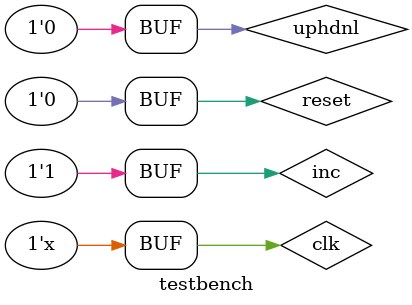
<source format=v>
`timescale 1ns / 1ps

module testbench;
	// Inputs
	reg clk;
	reg reset;
	reg inc;
	reg uphdnl;
	// Outputs
	wire [7:0] anode;
	wire a;
	wire b;
	wire c;
	wire d;
	wire e;
	wire f;
	wire g;
// Instantiate the Unit Under Test (UUT)
	Top_Level uut (.clk(clk), .reset(reset), .inc(inc), 
						.uphdnl(uphdnl), .anode(anode), .a(a), 
						.b(b), .c(c), .d(d), .e(e), .f(f), .g(g));
	always #5 clk= ~clk;
	initial
	begin
// Initialize Inputs
		clk = 0;
		reset = 1;
		inc = 0;
		uphdnl = 0;
// Wait 100 ns for global reset to finish
		#100 reset = 0;     
// Add stimulus here
		#100 inc = 1;
	end
endmodule


</source>
